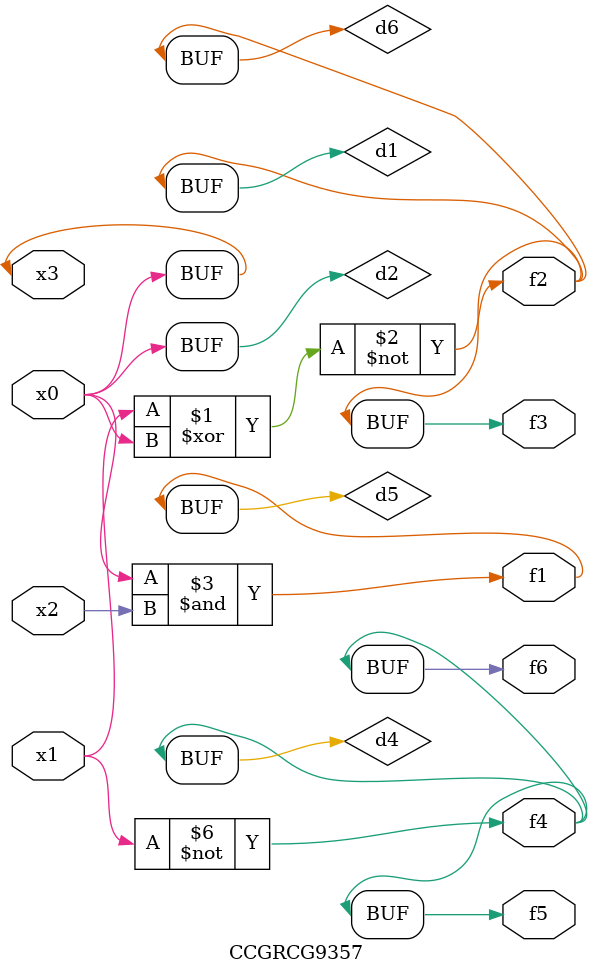
<source format=v>
module CCGRCG9357(
	input x0, x1, x2, x3,
	output f1, f2, f3, f4, f5, f6
);

	wire d1, d2, d3, d4, d5, d6;

	xnor (d1, x1, x3);
	buf (d2, x0, x3);
	nand (d3, x0, x2);
	not (d4, x1);
	nand (d5, d3);
	or (d6, d1);
	assign f1 = d5;
	assign f2 = d6;
	assign f3 = d6;
	assign f4 = d4;
	assign f5 = d4;
	assign f6 = d4;
endmodule

</source>
